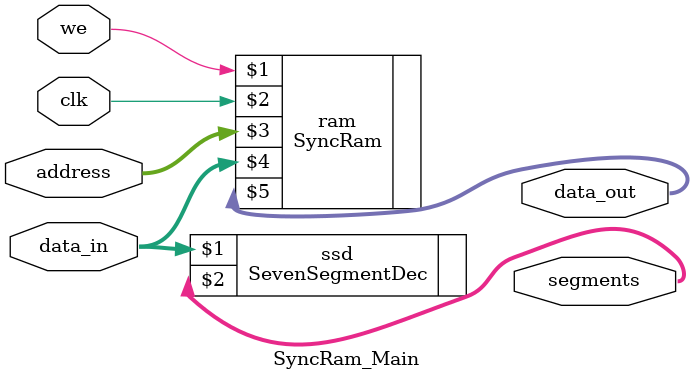
<source format=v>
`timescale 1ns / 1ps
module SyncRam_Main(
    input we,
    input clk,
    input [3:0] address,
    input [3:0] data_in,
    output [3:0] data_out,
	 output [6:0] segments
    );
	 
	 SyncRam ram (we,clk,address,data_in,data_out);
	 SevenSegmentDec ssd (data_in,segments);
	
endmodule

</source>
